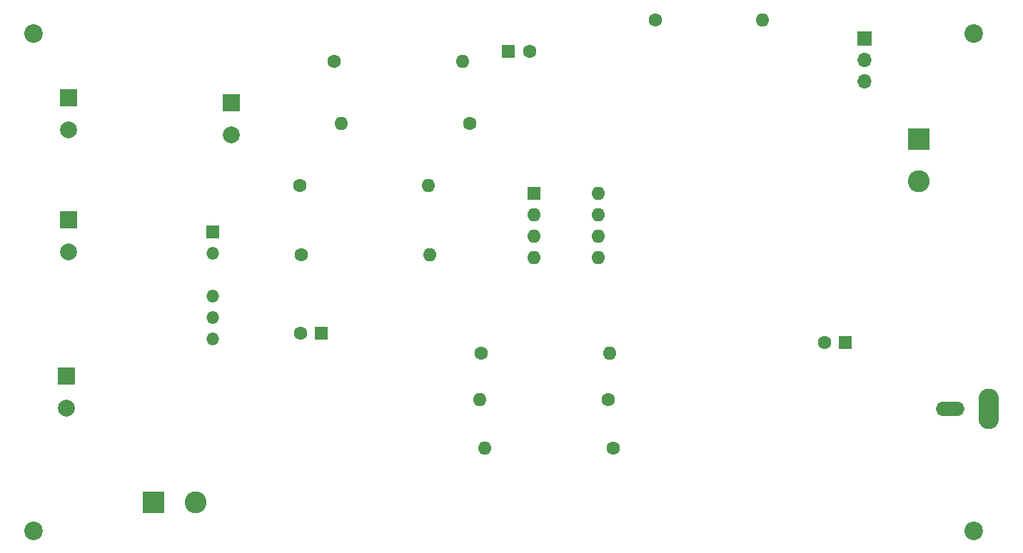
<source format=gbr>
%TF.GenerationSoftware,KiCad,Pcbnew,5.99.0+really5.1.10+dfsg1-1*%
%TF.CreationDate,2021-12-03T19:25:56-06:00*%
%TF.ProjectId,diyperksmic,64697970-6572-46b7-936d-69632e6b6963,rev?*%
%TF.SameCoordinates,Original*%
%TF.FileFunction,Soldermask,Bot*%
%TF.FilePolarity,Negative*%
%FSLAX46Y46*%
G04 Gerber Fmt 4.6, Leading zero omitted, Abs format (unit mm)*
G04 Created by KiCad (PCBNEW 5.99.0+really5.1.10+dfsg1-1) date 2021-12-03 19:25:56*
%MOMM*%
%LPD*%
G01*
G04 APERTURE LIST*
%ADD10R,1.700000X1.700000*%
%ADD11O,1.700000X1.700000*%
%ADD12C,2.200000*%
%ADD13O,2.400000X4.800000*%
%ADD14O,3.400000X1.700000*%
%ADD15R,1.600000X1.600000*%
%ADD16C,1.600000*%
%ADD17O,1.600000X1.600000*%
%ADD18R,2.000000X2.000000*%
%ADD19C,2.000000*%
%ADD20R,2.600000X2.600000*%
%ADD21C,2.600000*%
%ADD22R,1.500000X1.500000*%
%ADD23O,1.500000X1.500000*%
G04 APERTURE END LIST*
D10*
%TO.C,J1*%
X183047640Y-46154340D03*
D11*
X183047640Y-48694340D03*
X183047640Y-51234340D03*
%TD*%
D12*
%TO.C,REF\u002A\u002A*%
X196000000Y-45500000D03*
%TD*%
%TO.C,REF\u002A\u002A*%
X196000000Y-104500000D03*
%TD*%
D13*
%TO.C,J2*%
X197736960Y-90096340D03*
D14*
X193236960Y-90096340D03*
%TD*%
D12*
%TO.C,REF\u002A\u002A*%
X84500000Y-104500000D03*
%TD*%
%TO.C,REF\u002A\u002A*%
X84500000Y-45500000D03*
%TD*%
D15*
%TO.C,C2*%
X118643400Y-81076800D03*
D16*
X116143400Y-81076800D03*
%TD*%
D17*
%TO.C,R1*%
X170957240Y-43916600D03*
D16*
X158257240Y-43916600D03*
%TD*%
D17*
%TO.C,R2*%
X131457700Y-71780400D03*
D16*
X116217700Y-71780400D03*
%TD*%
D18*
%TO.C,C6*%
X88402160Y-86159340D03*
D19*
X88402160Y-89959340D03*
%TD*%
%TO.C,C7*%
X88673940Y-71432580D03*
D18*
X88673940Y-67632580D03*
%TD*%
D20*
%TO.C,J4*%
X189496700Y-58066940D03*
D21*
X189496700Y-63066940D03*
%TD*%
D17*
%TO.C,R8*%
X131348480Y-63527940D03*
D16*
X116108480Y-63527940D03*
%TD*%
D17*
%TO.C,R7*%
X138038840Y-94739460D03*
D16*
X153278840Y-94739460D03*
%TD*%
D17*
%TO.C,R6*%
X120977660Y-56220360D03*
D16*
X136217660Y-56220360D03*
%TD*%
D17*
%TO.C,R5*%
X152798780Y-83444080D03*
D16*
X137558780Y-83444080D03*
%TD*%
D17*
%TO.C,R4*%
X135341360Y-48790860D03*
D16*
X120101360Y-48790860D03*
%TD*%
D17*
%TO.C,R3*%
X137416540Y-88922860D03*
D16*
X152656540Y-88922860D03*
%TD*%
D22*
%TO.C,U2*%
X105740200Y-69052440D03*
D23*
X105740200Y-71592440D03*
X105740200Y-76672440D03*
X105740200Y-79212440D03*
X105740200Y-81752440D03*
%TD*%
D16*
%TO.C,C1*%
X143307440Y-47612300D03*
D15*
X140807440Y-47612300D03*
%TD*%
D18*
%TO.C,C3*%
X107947460Y-53759100D03*
D19*
X107947460Y-57559100D03*
%TD*%
%TO.C,C4*%
X88663780Y-56974900D03*
D18*
X88663780Y-53174900D03*
%TD*%
D15*
%TO.C,C5*%
X180797200Y-82194400D03*
D16*
X178297200Y-82194400D03*
%TD*%
D20*
%TO.C,J3*%
X98729800Y-101117400D03*
D21*
X103729800Y-101117400D03*
%TD*%
D15*
%TO.C,U1*%
X143832580Y-64482980D03*
D17*
X151452580Y-72102980D03*
X143832580Y-67022980D03*
X151452580Y-69562980D03*
X143832580Y-69562980D03*
X151452580Y-67022980D03*
X143832580Y-72102980D03*
X151452580Y-64482980D03*
%TD*%
M02*

</source>
